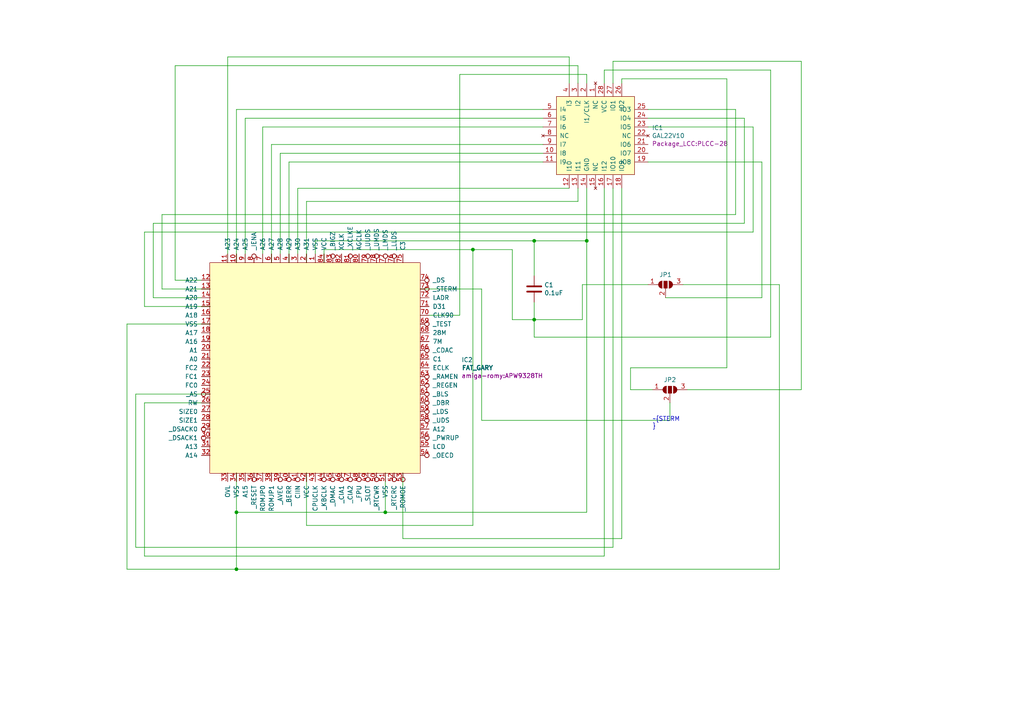
<source format=kicad_sch>
(kicad_sch (version 20210126) (generator eeschema)
  (paper "A4")
  (title_block (title "A4K Romy replacement") (date "2020-08-29") (rev "A") (company "https://amiga.technology/") (comment 4 "Re-implementation of A4k ROMY"))
  (lib_symbols
    (symbol "Device:C" (pin_numbers hide) (pin_names (offset 0.254))
      (property "Reference" "C" (at 0.635 2.54 0))
      (property "Value" "C" (at 0.635 -2.54 0))
      (symbol "C_0_1"
        (polyline (pts (xy -2.032 -0.762) (xy 2.032 -0.762)) (stroke (width 0.508)))
        (polyline (pts (xy -2.032 0.762) (xy 2.032 0.762)) (stroke (width 0.508)))
      )
      (symbol "C_1_1"
        (pin passive line (at 0 3.81 270) (length 2.794) (name "~") (number "1"))
        (pin passive line (at 0 -3.81 90) (length 2.794) (name "~") (number "2"))
      )
    )
    (symbol "Jumper:SolderJumper_3_Open" (pin_names (offset 0) hide)
      (property "Reference" "JP" (at -2.54 -2.54 0))
      (property "Value" "SolderJumper_3_Open" (at 0 2.794 0))
      (symbol "SolderJumper_3_Open_0_1"
        (arc (start -1.016 1.016) (end -1.016 -1.016) (radius (at -1.016 0) (length 1.016) (angles 90.1 -90.1)))
        (arc (start 1.016 -1.016) (end 1.016 1.016) (radius (at 1.016 0) (length 1.016) (angles -89.9 89.9)))
        (arc (start -1.016 1.016) (end -1.016 -1.016) (radius (at -1.016 0) (length 1.016) (angles 90.1 -90.1)) (fill (type outline)))
        (arc (start 1.016 -1.016) (end 1.016 1.016) (radius (at 1.016 0) (length 1.016) (angles -89.9 89.9)) (fill (type outline)))
        (rectangle (start -0.508 1.016) (end 0.508 -1.016) (fill (type outline)))
        (polyline (pts (xy -2.54 0) (xy -2.032 0)))
        (polyline (pts (xy -1.016 1.016) (xy -1.016 -1.016)))
        (polyline (pts (xy 0 -1.27) (xy 0 -1.016)))
        (polyline (pts (xy 1.016 1.016) (xy 1.016 -1.016)))
        (polyline (pts (xy 2.54 0) (xy 2.032 0)))
      )
      (symbol "SolderJumper_3_Open_1_1"
        (pin passive line (at -5.08 0 0) (length 2.54) (name "A") (number "1"))
        (pin input line (at 0 -3.81 90) (length 2.54) (name "C") (number "2"))
        (pin passive line (at 5.08 0 180) (length 2.54) (name "B") (number "3"))
      )
    )
    (symbol "amiga-chips:FAT_GARY" (pin_names (offset 1.016))
      (property "Reference" "U" (at 0 -1.27 0))
      (property "Value" "FAT_GARY" (at 0 1.27 0))
      (symbol "FAT_GARY_0_0"
        (pin power_in line (at 0 30.48 90) (length 2.54) (name "VSS") (number "1"))
        (pin bidirectional line (at -22.86 30.48 90) (length 2.54) (name "A24") (number "10"))
        (pin input line (at -25.4 30.48 90) (length 2.54) (name "A23") (number "11"))
        (pin input line (at -30.48 25.4 180) (length 2.54) (name "A22") (number "12"))
        (pin input line (at -30.48 22.86 180) (length 2.54) (name "A21") (number "13"))
        (pin input line (at -30.48 20.32 180) (length 2.54) (name "A20") (number "14"))
        (pin input line (at -30.48 17.78 180) (length 2.54) (name "A19") (number "15"))
        (pin input line (at -30.48 15.24 180) (length 2.54) (name "A18") (number "16"))
        (pin power_in line (at -30.48 12.7 180) (length 2.54) (name "VSS") (number "17"))
        (pin input line (at -30.48 10.16 180) (length 2.54) (name "A17") (number "18"))
        (pin input line (at -30.48 7.62 180) (length 2.54) (name "A16") (number "19"))
        (pin bidirectional line (at -2.54 30.48 90) (length 2.54) (name "A31") (number "2"))
        (pin input line (at -30.48 5.08 180) (length 2.54) (name "A1") (number "20"))
        (pin input line (at -30.48 2.54 180) (length 2.54) (name "A0") (number "21"))
        (pin input line (at -30.48 0 180) (length 2.54) (name "FC2") (number "22"))
        (pin input line (at -30.48 -2.54 180) (length 2.54) (name "FC1") (number "23"))
        (pin input line (at -30.48 -5.08 180) (length 2.54) (name "FC0") (number "24"))
        (pin input inverted (at -30.48 -7.62 180) (length 2.54) (name "_AS") (number "25"))
        (pin input line (at -30.48 -10.16 180) (length 2.54) (name "RW") (number "26"))
        (pin input line (at -30.48 -12.7 180) (length 2.54) (name "SIZE0") (number "27"))
        (pin input line (at -30.48 -15.24 180) (length 2.54) (name "SIZE1") (number "28"))
        (pin output inverted (at -30.48 -17.78 180) (length 2.54) (name "_DSACK0") (number "29"))
        (pin bidirectional line (at -5.08 30.48 90) (length 2.54) (name "A30") (number "3"))
        (pin output inverted (at -30.48 -20.32 180) (length 2.54) (name "_DSACK1") (number "30"))
        (pin input line (at -30.48 -22.86 180) (length 2.54) (name "A13") (number "31"))
        (pin input line (at -30.48 -25.4 180) (length 2.54) (name "A14") (number "32"))
        (pin input line (at -25.4 -30.48 270) (length 2.54) (name "OVL") (number "33"))
        (pin power_in line (at -22.86 -30.48 270) (length 2.54) (name "VSS") (number "34"))
        (pin input line (at -20.32 -30.48 270) (length 2.54) (name "A15") (number "35"))
        (pin bidirectional inverted (at -17.78 -30.48 270) (length 2.54) (name "_RESET") (number "36"))
        (pin input line (at -15.24 -30.48 270) (length 2.54) (name "ROMJP0") (number "37"))
        (pin input line (at -12.7 -30.48 270) (length 2.54) (name "ROMJP1") (number "38"))
        (pin output inverted (at -10.16 -30.48 270) (length 2.54) (name "_AVEC") (number "39"))
        (pin bidirectional line (at -7.62 30.48 90) (length 2.54) (name "A29") (number "4"))
        (pin output inverted (at -7.62 -30.48 270) (length 2.54) (name "_BERR") (number "40"))
        (pin output inverted (at -5.08 -30.48 270) (length 2.54) (name "CIIN") (number "41"))
        (pin power_in line (at -2.54 -30.48 270) (length 2.54) (name "VCC") (number "42"))
        (pin input line (at 0 -30.48 270) (length 2.54) (name "CPUCLK") (number "43"))
        (pin input inverted (at 2.54 -30.48 270) (length 2.54) (name "_KBCLK") (number "44"))
        (pin output inverted (at 5.08 -30.48 270) (length 2.54) (name "_DMAC") (number "45"))
        (pin output inverted (at 7.62 -30.48 270) (length 2.54) (name "_CIA1") (number "46"))
        (pin output inverted (at 10.16 -30.48 270) (length 2.54) (name "_CIA2") (number "47"))
        (pin output inverted (at 12.7 -30.48 270) (length 2.54) (name "_FPU") (number "48"))
        (pin output inverted (at 15.24 -30.48 270) (length 2.54) (name "_SLOT") (number "49"))
        (pin bidirectional line (at -10.16 30.48 90) (length 2.54) (name "A28") (number "5"))
        (pin output inverted (at 17.78 -30.48 270) (length 2.54) (name "_RTCWR") (number "50"))
        (pin power_in line (at 20.32 -30.48 270) (length 2.54) (name "VSS") (number "51"))
        (pin output inverted (at 22.86 -30.48 270) (length 2.54) (name "_RTCRC") (number "52"))
        (pin output inverted (at 25.4 -30.48 270) (length 2.54) (name "_ROMOE") (number "53"))
        (pin output inverted (at 30.48 -25.4 0) (length 2.54) (name "_OECD") (number "54"))
        (pin output line (at 30.48 -22.86 0) (length 2.54) (name "LCD") (number "55"))
        (pin input inverted (at 30.48 -20.32 0) (length 2.54) (name "_PWRUP") (number "56"))
        (pin input line (at 30.48 -17.78 0) (length 2.54) (name "A12") (number "57"))
        (pin output inverted (at 30.48 -15.24 0) (length 2.54) (name "_UDS") (number "58"))
        (pin output inverted (at 30.48 -12.7 0) (length 2.54) (name "_LDS") (number "59"))
        (pin bidirectional line (at -12.7 30.48 90) (length 2.54) (name "A27") (number "6"))
        (pin input inverted (at 30.48 -10.16 0) (length 2.54) (name "_DBR") (number "60"))
        (pin output inverted (at 30.48 -7.62 0) (length 2.54) (name "_BLS") (number "61"))
        (pin output inverted (at 30.48 -5.08 0) (length 2.54) (name "_REGEN") (number "62"))
        (pin output inverted (at 30.48 -2.54 0) (length 2.54) (name "_RAMEN") (number "63"))
        (pin output line (at 30.48 0 0) (length 2.54) (name "ECLK") (number "64"))
        (pin input line (at 30.48 2.54 0) (length 2.54) (name "C1") (number "65"))
        (pin input inverted (at 30.48 5.08 0) (length 2.54) (name "_CDAC") (number "66"))
        (pin input line (at 30.48 7.62 0) (length 2.54) (name "7M") (number "67"))
        (pin input line (at 30.48 10.16 0) (length 2.54) (name "28M") (number "68"))
        (pin input inverted (at 30.48 12.7 0) (length 2.54) (name "_TEST") (number "69"))
        (pin bidirectional line (at -15.24 30.48 90) (length 2.54) (name "A26") (number "7"))
        (pin input line (at 30.48 15.24 0) (length 2.54) (name "CLK90") (number "70"))
        (pin bidirectional line (at 30.48 17.78 0) (length 2.54) (name "D31") (number "71"))
        (pin output line (at 30.48 20.32 0) (length 2.54) (name "LADR") (number "72"))
        (pin output inverted (at 30.48 22.86 0) (length 2.54) (name "_STERM") (number "73"))
        (pin input inverted (at 30.48 25.4 0) (length 2.54) (name "_DS") (number "74"))
        (pin input line (at 25.4 30.48 90) (length 2.54) (name "C3") (number "75"))
        (pin output inverted (at 22.86 30.48 90) (length 2.54) (name "_LLDS") (number "76"))
        (pin output inverted (at 20.32 30.48 90) (length 2.54) (name "_LMDS") (number "77"))
        (pin output inverted (at 17.78 30.48 90) (length 2.54) (name "_UMDS") (number "78"))
        (pin output inverted (at 15.24 30.48 90) (length 2.54) (name "_UUDS") (number "79"))
        (pin output inverted (at -17.78 30.48 90) (length 2.54) (name "_IENA") (number "8"))
        (pin output line (at 12.7 30.48 90) (length 2.54) (name "AGCLK") (number "80"))
        (pin input inverted (at 10.16 30.48 90) (length 2.54) (name "_XCLKE") (number "81"))
        (pin input line (at 7.62 30.48 90) (length 2.54) (name "XCLK") (number "82"))
        (pin input inverted (at 5.08 30.48 90) (length 2.54) (name "_BIGZ") (number "83"))
        (pin power_in line (at 2.54 30.48 90) (length 2.54) (name "VCC") (number "84"))
        (pin bidirectional line (at -20.32 30.48 90) (length 2.54) (name "A25") (number "9"))
      )
      (symbol "FAT_GARY_0_1"
        (rectangle (start -30.5816 -30.5816) (end 30.4292 30.48) (fill (type background)))
      )
    )
    (symbol "amiga-chips:GAL22V10" (pin_names (offset 1.016))
      (property "Reference" "U" (at -2.54 -2.54 0))
      (property "Value" "GAL22V10" (at -4.572 0 0))
      (symbol "GAL22V10_0_0"
        (pin input line (at -15.24 -5.08 0) (length 3.81) (name "I8") (number "10"))
        (pin tri_state line (at 15.24 -5.08 180) (length 3.81) (name "IO7") (number "20"))
      )
      (symbol "GAL22V10_0_1"
        (rectangle (start -11.3284 11.3792) (end 11.3284 -11.2776) (fill (type background)))
      )
      (symbol "GAL22V10_1_1"
        (pin no_connect line (at 0 15.24 270) (length 3.81) (name "NC") (number "1"))
        (pin input line (at -15.24 -7.62 0) (length 3.81) (name "I9") (number "11"))
        (pin input line (at -7.62 -15.24 90) (length 3.81) (name "I10") (number "12"))
        (pin input line (at -5.08 -15.24 90) (length 3.81) (name "I11") (number "13"))
        (pin power_in line (at -2.54 -15.24 90) (length 3.81) (name "GND") (number "14"))
        (pin no_connect line (at 0 -15.24 90) (length 3.81) (name "NC") (number "15"))
        (pin input line (at 2.54 -15.24 90) (length 3.81) (name "I12") (number "16"))
        (pin tri_state line (at 5.08 -15.24 90) (length 3.81) (name "IO10") (number "17"))
        (pin tri_state line (at 7.62 -15.24 90) (length 3.81) (name "IO9") (number "18"))
        (pin tri_state line (at 15.24 -7.62 180) (length 3.81) (name "IO8") (number "19"))
        (pin input line (at -2.54 15.24 270) (length 3.81) (name "I1/CLK") (number "2"))
        (pin tri_state line (at 15.24 -2.54 180) (length 3.81) (name "IO6") (number "21"))
        (pin no_connect line (at 15.24 0 180) (length 3.81) (name "NC") (number "22"))
        (pin tri_state line (at 15.24 2.54 180) (length 3.81) (name "IO5") (number "23"))
        (pin tri_state line (at 15.24 5.08 180) (length 3.81) (name "IO4") (number "24"))
        (pin tri_state line (at 15.24 7.62 180) (length 3.81) (name "IO3") (number "25"))
        (pin tri_state line (at 7.62 15.24 270) (length 3.81) (name "IO2") (number "26"))
        (pin tri_state line (at 5.08 15.24 270) (length 3.81) (name "IO1") (number "27"))
        (pin power_in line (at 2.54 15.24 270) (length 3.81) (name "VCC") (number "28"))
        (pin input line (at -5.08 15.24 270) (length 3.81) (name "I2") (number "3"))
        (pin input line (at -7.62 15.24 270) (length 3.81) (name "I3") (number "4"))
        (pin input line (at -15.24 7.62 0) (length 3.81) (name "I4") (number "5"))
        (pin input line (at -15.24 5.08 0) (length 3.81) (name "I5") (number "6"))
        (pin input line (at -15.24 2.54 0) (length 3.81) (name "I6") (number "7"))
        (pin no_connect line (at -15.24 0 0) (length 3.81) (name "NC") (number "8"))
        (pin input line (at -15.24 -2.54 0) (length 3.81) (name "I7") (number "9"))
      )
    )
  )
  (junction (at 68.58 148.59) (diameter 0.9144))
  (junction (at 68.58 165.1) (diameter 0.9144))
  (junction (at 111.76 148.59) (diameter 0.9144))
  (junction (at 137.16 72.39) (diameter 0.9144))
  (junction (at 154.94 69.85) (diameter 0.9144))
  (junction (at 154.94 92.71) (diameter 0.9144))
  (junction (at 170.18 69.85) (diameter 0.9144))
  (wire (pts (xy 36.83 93.98) (xy 60.96 93.98)))
  (wire (pts (xy 36.83 165.1) (xy 36.83 93.98)))
  (wire (pts (xy 39.37 114.3) (xy 60.96 114.3)))
  (wire (pts (xy 39.37 158.75) (xy 39.37 114.3)))
  (wire (pts (xy 41.91 67.31) (xy 41.91 88.9)))
  (wire (pts (xy 41.91 88.9) (xy 60.96 88.9)))
  (wire (pts (xy 41.91 116.84) (xy 60.96 116.84)))
  (wire (pts (xy 41.91 161.29) (xy 41.91 116.84)))
  (wire (pts (xy 44.45 64.77) (xy 44.45 86.36)))
  (wire (pts (xy 44.45 86.36) (xy 60.96 86.36)))
  (wire (pts (xy 46.99 62.23) (xy 46.99 83.82)))
  (wire (pts (xy 46.99 83.82) (xy 60.96 83.82)))
  (wire (pts (xy 50.8 19.05) (xy 50.8 81.28)))
  (wire (pts (xy 50.8 81.28) (xy 60.96 81.28)))
  (wire (pts (xy 66.04 16.51) (xy 66.04 76.2)))
  (wire (pts (xy 68.58 31.75) (xy 68.58 76.2)))
  (wire (pts (xy 68.58 137.16) (xy 68.58 148.59)))
  (wire (pts (xy 68.58 148.59) (xy 68.58 165.1)))
  (wire (pts (xy 68.58 165.1) (xy 36.83 165.1)))
  (wire (pts (xy 71.12 34.29) (xy 71.12 76.2)))
  (wire (pts (xy 76.2 36.83) (xy 76.2 76.2)))
  (wire (pts (xy 78.74 41.91) (xy 78.74 76.2)))
  (wire (pts (xy 81.28 44.45) (xy 81.28 76.2)))
  (wire (pts (xy 83.82 46.99) (xy 83.82 76.2)))
  (wire (pts (xy 86.36 54.61) (xy 86.36 76.2)))
  (wire (pts (xy 88.9 58.42) (xy 88.9 76.2)))
  (wire (pts (xy 88.9 152.4) (xy 88.9 137.16)))
  (wire (pts (xy 91.44 69.85) (xy 154.94 69.85)))
  (wire (pts (xy 91.44 76.2) (xy 91.44 69.85)))
  (wire (pts (xy 93.98 72.39) (xy 137.16 72.39)))
  (wire (pts (xy 93.98 76.2) (xy 93.98 72.39)))
  (wire (pts (xy 111.76 148.59) (xy 68.58 148.59)))
  (wire (pts (xy 111.76 148.59) (xy 111.76 137.16)))
  (wire (pts (xy 116.84 156.21) (xy 116.84 137.16)))
  (wire (pts (xy 121.92 83.82) (xy 139.7 83.82)))
  (wire (pts (xy 133.35 21.59) (xy 133.35 91.44)))
  (wire (pts (xy 133.35 91.44) (xy 121.92 91.44)))
  (wire (pts (xy 137.16 72.39) (xy 137.16 152.4)))
  (wire (pts (xy 137.16 72.39) (xy 148.59 72.39)))
  (wire (pts (xy 137.16 152.4) (xy 88.9 152.4)))
  (wire (pts (xy 139.7 83.82) (xy 139.7 121.92)))
  (wire (pts (xy 139.7 121.92) (xy 194.31 121.92)))
  (wire (pts (xy 148.59 72.39) (xy 148.59 92.71)))
  (wire (pts (xy 148.59 92.71) (xy 154.94 92.71)))
  (wire (pts (xy 154.94 69.85) (xy 154.94 80.01)))
  (wire (pts (xy 154.94 69.85) (xy 170.18 69.85)))
  (wire (pts (xy 154.94 92.71) (xy 154.94 87.63)))
  (wire (pts (xy 154.94 92.71) (xy 168.91 92.71)))
  (wire (pts (xy 154.94 97.79) (xy 154.94 92.71)))
  (wire (pts (xy 157.48 31.75) (xy 68.58 31.75)))
  (wire (pts (xy 157.48 34.29) (xy 71.12 34.29)))
  (wire (pts (xy 157.48 36.83) (xy 76.2 36.83)))
  (wire (pts (xy 157.48 41.91) (xy 78.74 41.91)))
  (wire (pts (xy 157.48 44.45) (xy 81.28 44.45)))
  (wire (pts (xy 157.48 46.99) (xy 83.82 46.99)))
  (wire (pts (xy 165.1 16.51) (xy 66.04 16.51)))
  (wire (pts (xy 165.1 24.13) (xy 165.1 16.51)))
  (wire (pts (xy 165.1 54.61) (xy 86.36 54.61)))
  (wire (pts (xy 167.64 19.05) (xy 50.8 19.05)))
  (wire (pts (xy 167.64 24.13) (xy 167.64 19.05)))
  (wire (pts (xy 167.64 54.61) (xy 167.64 58.42)))
  (wire (pts (xy 167.64 58.42) (xy 88.9 58.42)))
  (wire (pts (xy 168.91 82.55) (xy 187.96 82.55)))
  (wire (pts (xy 168.91 92.71) (xy 168.91 82.55)))
  (wire (pts (xy 170.18 21.59) (xy 133.35 21.59)))
  (wire (pts (xy 170.18 24.13) (xy 170.18 21.59)))
  (wire (pts (xy 170.18 54.61) (xy 170.18 69.85)))
  (wire (pts (xy 170.18 69.85) (xy 170.18 148.59)))
  (wire (pts (xy 170.18 148.59) (xy 111.76 148.59)))
  (wire (pts (xy 175.26 20.32) (xy 223.52 20.32)))
  (wire (pts (xy 175.26 24.13) (xy 175.26 20.32)))
  (wire (pts (xy 175.26 54.61) (xy 175.26 161.29)))
  (wire (pts (xy 175.26 161.29) (xy 41.91 161.29)))
  (wire (pts (xy 177.8 17.78) (xy 232.41 17.78)))
  (wire (pts (xy 177.8 24.13) (xy 177.8 17.78)))
  (wire (pts (xy 177.8 54.61) (xy 177.8 158.75)))
  (wire (pts (xy 177.8 158.75) (xy 39.37 158.75)))
  (wire (pts (xy 180.34 22.86) (xy 210.82 22.86)))
  (wire (pts (xy 180.34 24.13) (xy 180.34 22.86)))
  (wire (pts (xy 180.34 54.61) (xy 180.34 156.21)))
  (wire (pts (xy 180.34 156.21) (xy 116.84 156.21)))
  (wire (pts (xy 182.88 106.68) (xy 182.88 113.03)))
  (wire (pts (xy 182.88 113.03) (xy 189.23 113.03)))
  (wire (pts (xy 187.96 31.75) (xy 213.36 31.75)))
  (wire (pts (xy 187.96 34.29) (xy 215.9 34.29)))
  (wire (pts (xy 187.96 36.83) (xy 218.44 36.83)))
  (wire (pts (xy 193.04 86.36) (xy 220.98 86.36)))
  (wire (pts (xy 194.31 121.92) (xy 194.31 116.84)))
  (wire (pts (xy 198.12 82.55) (xy 226.06 82.55)))
  (wire (pts (xy 210.82 22.86) (xy 210.82 106.68)))
  (wire (pts (xy 210.82 106.68) (xy 182.88 106.68)))
  (wire (pts (xy 213.36 31.75) (xy 213.36 62.23)))
  (wire (pts (xy 213.36 62.23) (xy 46.99 62.23)))
  (wire (pts (xy 215.9 34.29) (xy 215.9 64.77)))
  (wire (pts (xy 215.9 64.77) (xy 44.45 64.77)))
  (wire (pts (xy 218.44 36.83) (xy 218.44 67.31)))
  (wire (pts (xy 218.44 67.31) (xy 41.91 67.31)))
  (wire (pts (xy 220.98 46.99) (xy 187.96 46.99)))
  (wire (pts (xy 220.98 86.36) (xy 220.98 46.99)))
  (wire (pts (xy 223.52 20.32) (xy 223.52 97.79)))
  (wire (pts (xy 223.52 97.79) (xy 154.94 97.79)))
  (wire (pts (xy 226.06 82.55) (xy 226.06 165.1)))
  (wire (pts (xy 226.06 165.1) (xy 68.58 165.1)))
  (wire (pts (xy 232.41 17.78) (xy 232.41 113.03)))
  (wire (pts (xy 232.41 113.03) (xy 199.39 113.03)))
  (text "~STERM\n" (at 189.23 124.46 0) (effects (font (size 1.27 1.27)) (justify left bottom)))
  (symbol (lib_id "Device:C") (at 154.94 83.82 0) (unit 1)
    (property "Reference" "C1" (at 157.861 82.6516 0) (effects (justify left)))
    (property "Value" "0.1uF" (at 157.861 84.963 0) (effects (justify left)))
    (property "Footprint" "Capacitor_SMD:C_0805_2012Metric_Pad1.18x1.45mm_HandSolder" (effects hide))
  )
  (symbol (lib_id "Jumper:SolderJumper_3_Open") (at 193.04 82.55 0) (unit 1)
    (property "Reference" "JP1" (at 193.04 79.6798 0))
    (property "Value" "SolderJumper_3_Open" (effects hide))
    (property "Footprint" "Jumper:SolderJumper-3_P1.3mm_Open_Pad1.0x1.5mm_NumberLabels" (effects hide))
  )
  (symbol (lib_id "Jumper:SolderJumper_3_Open") (at 194.31 113.03 0) (unit 1)
    (property "Reference" "JP2" (at 194.31 110.1598 0))
    (property "Value" "SolderJumper_3_Open" (effects hide))
    (property "Footprint" "Jumper:SolderJumper-3_P1.3mm_Open_Pad1.0x1.5mm_NumberLabels" (effects hide))
  )
  (symbol (lib_id "amiga-chips:GAL22V10") (at 172.72 39.37 0) (unit 1)
    (property "Reference" "IC1" (at 189.0776 37.0586 0) (effects (justify left)))
    (property "Value" "GAL22V10" (at 189.0776 39.37 0) (effects (justify left)))
    (property "Footprint" "Package_LCC:PLCC-28" (at 189.0776 41.6814 0) (effects (justify left)))
  )
  (symbol (lib_id "amiga-chips:FAT_GARY") (at 91.44 106.68 0) (unit 1)
    (property "Reference" "IC2" (at 133.8326 104.3686 0) (effects (justify left)))
    (property "Value" "FAT_GARY" (at 133.8326 106.68 0) (effects (font bold) (justify left)))
    (property "Footprint" "amiga-romy:APW9328TH" (at 133.8326 108.9914 0) (effects (justify left)))
  )
)
</source>
